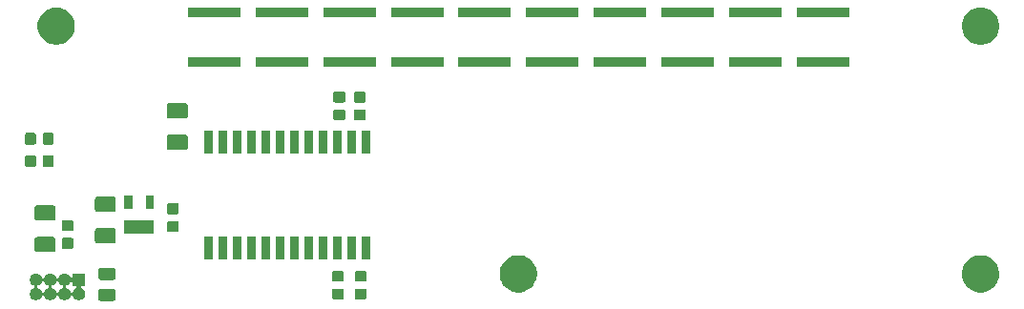
<source format=gts>
G04 #@! TF.GenerationSoftware,KiCad,Pcbnew,5.0.1*
G04 #@! TF.CreationDate,2019-01-16T19:15:50-05:00*
G04 #@! TF.ProjectId,fydp,667964702E6B696361645F7063620000,rev?*
G04 #@! TF.SameCoordinates,Original*
G04 #@! TF.FileFunction,Soldermask,Top*
G04 #@! TF.FilePolarity,Negative*
%FSLAX46Y46*%
G04 Gerber Fmt 4.6, Leading zero omitted, Abs format (unit mm)*
G04 Created by KiCad (PCBNEW 5.0.1) date Wed 16 Jan 2019 07:15:50 PM EST*
%MOMM*%
%LPD*%
G01*
G04 APERTURE LIST*
%ADD10C,0.100000*%
G04 APERTURE END LIST*
D10*
G36*
X9084466Y-27341065D02*
X9123137Y-27352796D01*
X9158779Y-27371848D01*
X9190017Y-27397483D01*
X9215652Y-27428721D01*
X9234704Y-27464363D01*
X9246435Y-27503034D01*
X9251000Y-27549388D01*
X9251000Y-28200612D01*
X9246435Y-28246966D01*
X9234704Y-28285637D01*
X9215652Y-28321279D01*
X9190017Y-28352517D01*
X9158779Y-28378152D01*
X9123137Y-28397204D01*
X9084466Y-28408935D01*
X9038112Y-28413500D01*
X7961888Y-28413500D01*
X7915534Y-28408935D01*
X7876863Y-28397204D01*
X7841221Y-28378152D01*
X7809983Y-28352517D01*
X7784348Y-28321279D01*
X7765296Y-28285637D01*
X7753565Y-28246966D01*
X7749000Y-28200612D01*
X7749000Y-27549388D01*
X7753565Y-27503034D01*
X7765296Y-27464363D01*
X7784348Y-27428721D01*
X7809983Y-27397483D01*
X7841221Y-27371848D01*
X7876863Y-27352796D01*
X7915534Y-27341065D01*
X7961888Y-27336500D01*
X9038112Y-27336500D01*
X9084466Y-27341065D01*
X9084466Y-27341065D01*
G37*
G36*
X2298015Y-25956973D02*
X2401879Y-25988479D01*
X2497600Y-26039644D01*
X2581501Y-26108499D01*
X2650356Y-26192400D01*
X2701521Y-26288121D01*
X2705383Y-26300854D01*
X2714760Y-26323493D01*
X2728374Y-26343867D01*
X2745701Y-26361194D01*
X2766076Y-26374808D01*
X2788715Y-26384186D01*
X2812748Y-26388966D01*
X2837252Y-26388966D01*
X2861286Y-26384185D01*
X2883925Y-26374808D01*
X2904299Y-26361194D01*
X2921626Y-26343867D01*
X2935240Y-26323492D01*
X2944617Y-26300854D01*
X2948479Y-26288121D01*
X2999644Y-26192400D01*
X3068499Y-26108499D01*
X3152400Y-26039644D01*
X3248121Y-25988479D01*
X3351985Y-25956973D01*
X3432933Y-25949000D01*
X3487067Y-25949000D01*
X3568015Y-25956973D01*
X3671879Y-25988479D01*
X3767600Y-26039644D01*
X3851501Y-26108499D01*
X3920356Y-26192400D01*
X3971521Y-26288121D01*
X3975383Y-26300854D01*
X3984760Y-26323493D01*
X3998374Y-26343867D01*
X4015701Y-26361194D01*
X4036076Y-26374808D01*
X4058715Y-26384186D01*
X4082748Y-26388966D01*
X4107252Y-26388966D01*
X4131286Y-26384185D01*
X4153925Y-26374808D01*
X4174299Y-26361194D01*
X4191626Y-26343867D01*
X4205240Y-26323492D01*
X4214617Y-26300854D01*
X4218479Y-26288121D01*
X4269644Y-26192400D01*
X4338499Y-26108499D01*
X4422400Y-26039644D01*
X4518121Y-25988479D01*
X4621985Y-25956973D01*
X4702933Y-25949000D01*
X4757067Y-25949000D01*
X4838015Y-25956973D01*
X4941879Y-25988479D01*
X5037600Y-26039644D01*
X5121501Y-26108499D01*
X5190356Y-26192400D01*
X5213766Y-26236195D01*
X5227374Y-26256561D01*
X5244701Y-26273889D01*
X5265076Y-26287502D01*
X5287715Y-26296880D01*
X5311748Y-26301660D01*
X5336252Y-26301660D01*
X5360286Y-26296879D01*
X5382925Y-26287502D01*
X5403299Y-26273888D01*
X5420627Y-26256561D01*
X5434240Y-26236186D01*
X5443618Y-26213547D01*
X5449000Y-26177262D01*
X5449000Y-25949000D01*
X6551000Y-25949000D01*
X6551000Y-27051000D01*
X6322738Y-27051000D01*
X6298352Y-27053402D01*
X6274903Y-27060515D01*
X6253292Y-27072066D01*
X6234350Y-27087612D01*
X6218804Y-27106554D01*
X6207253Y-27128165D01*
X6200140Y-27151614D01*
X6197738Y-27176000D01*
X6200140Y-27200386D01*
X6207253Y-27223835D01*
X6218804Y-27245446D01*
X6234350Y-27264388D01*
X6263808Y-27286236D01*
X6307600Y-27309644D01*
X6391501Y-27378499D01*
X6460356Y-27462400D01*
X6511521Y-27558121D01*
X6543027Y-27661985D01*
X6553666Y-27770000D01*
X6543027Y-27878015D01*
X6511521Y-27981879D01*
X6460356Y-28077600D01*
X6391501Y-28161501D01*
X6307600Y-28230356D01*
X6211879Y-28281521D01*
X6108015Y-28313027D01*
X6027067Y-28321000D01*
X5972933Y-28321000D01*
X5891985Y-28313027D01*
X5788121Y-28281521D01*
X5692400Y-28230356D01*
X5608499Y-28161501D01*
X5539644Y-28077600D01*
X5488479Y-27981879D01*
X5484615Y-27969142D01*
X5475240Y-27946507D01*
X5461626Y-27926133D01*
X5444299Y-27908806D01*
X5423924Y-27895192D01*
X5401285Y-27885814D01*
X5377252Y-27881034D01*
X5352748Y-27881034D01*
X5328714Y-27885815D01*
X5306075Y-27895192D01*
X5285701Y-27908806D01*
X5268374Y-27926133D01*
X5254760Y-27946508D01*
X5245385Y-27969142D01*
X5241521Y-27981879D01*
X5190356Y-28077600D01*
X5121501Y-28161501D01*
X5037600Y-28230356D01*
X4941879Y-28281521D01*
X4838015Y-28313027D01*
X4757067Y-28321000D01*
X4702933Y-28321000D01*
X4621985Y-28313027D01*
X4518121Y-28281521D01*
X4422400Y-28230356D01*
X4338499Y-28161501D01*
X4269644Y-28077600D01*
X4218479Y-27981879D01*
X4214615Y-27969142D01*
X4205240Y-27946507D01*
X4191626Y-27926133D01*
X4174299Y-27908806D01*
X4153924Y-27895192D01*
X4131285Y-27885814D01*
X4107252Y-27881034D01*
X4082748Y-27881034D01*
X4058714Y-27885815D01*
X4036075Y-27895192D01*
X4015701Y-27908806D01*
X3998374Y-27926133D01*
X3984760Y-27946508D01*
X3975385Y-27969142D01*
X3971521Y-27981879D01*
X3920356Y-28077600D01*
X3851501Y-28161501D01*
X3767600Y-28230356D01*
X3671879Y-28281521D01*
X3568015Y-28313027D01*
X3487067Y-28321000D01*
X3432933Y-28321000D01*
X3351985Y-28313027D01*
X3248121Y-28281521D01*
X3152400Y-28230356D01*
X3068499Y-28161501D01*
X2999644Y-28077600D01*
X2948479Y-27981879D01*
X2944615Y-27969142D01*
X2935240Y-27946507D01*
X2921626Y-27926133D01*
X2904299Y-27908806D01*
X2883924Y-27895192D01*
X2861285Y-27885814D01*
X2837252Y-27881034D01*
X2812748Y-27881034D01*
X2788714Y-27885815D01*
X2766075Y-27895192D01*
X2745701Y-27908806D01*
X2728374Y-27926133D01*
X2714760Y-27946508D01*
X2705385Y-27969142D01*
X2701521Y-27981879D01*
X2650356Y-28077600D01*
X2581501Y-28161501D01*
X2497600Y-28230356D01*
X2401879Y-28281521D01*
X2298015Y-28313027D01*
X2217067Y-28321000D01*
X2162933Y-28321000D01*
X2081985Y-28313027D01*
X1978121Y-28281521D01*
X1882400Y-28230356D01*
X1798499Y-28161501D01*
X1729644Y-28077600D01*
X1678479Y-27981879D01*
X1646973Y-27878015D01*
X1636334Y-27770000D01*
X1646973Y-27661985D01*
X1678479Y-27558121D01*
X1729644Y-27462400D01*
X1798499Y-27378499D01*
X1882400Y-27309644D01*
X1978121Y-27258479D01*
X1990858Y-27254615D01*
X2013493Y-27245240D01*
X2033867Y-27231626D01*
X2051194Y-27214299D01*
X2064808Y-27193924D01*
X2074186Y-27171285D01*
X2078966Y-27147252D01*
X2078966Y-27122748D01*
X2301034Y-27122748D01*
X2301034Y-27147252D01*
X2305815Y-27171286D01*
X2315192Y-27193925D01*
X2328806Y-27214299D01*
X2346133Y-27231626D01*
X2366508Y-27245240D01*
X2389142Y-27254615D01*
X2401879Y-27258479D01*
X2497600Y-27309644D01*
X2581501Y-27378499D01*
X2650356Y-27462400D01*
X2701521Y-27558121D01*
X2705383Y-27570854D01*
X2714760Y-27593493D01*
X2728374Y-27613867D01*
X2745701Y-27631194D01*
X2766076Y-27644808D01*
X2788715Y-27654186D01*
X2812748Y-27658966D01*
X2837252Y-27658966D01*
X2861286Y-27654185D01*
X2883925Y-27644808D01*
X2904299Y-27631194D01*
X2921626Y-27613867D01*
X2935240Y-27593492D01*
X2944617Y-27570854D01*
X2948479Y-27558121D01*
X2999644Y-27462400D01*
X3068499Y-27378499D01*
X3152400Y-27309644D01*
X3248121Y-27258479D01*
X3260858Y-27254615D01*
X3283493Y-27245240D01*
X3303867Y-27231626D01*
X3321194Y-27214299D01*
X3334808Y-27193924D01*
X3344186Y-27171285D01*
X3348966Y-27147252D01*
X3348966Y-27122748D01*
X3571034Y-27122748D01*
X3571034Y-27147252D01*
X3575815Y-27171286D01*
X3585192Y-27193925D01*
X3598806Y-27214299D01*
X3616133Y-27231626D01*
X3636508Y-27245240D01*
X3659142Y-27254615D01*
X3671879Y-27258479D01*
X3767600Y-27309644D01*
X3851501Y-27378499D01*
X3920356Y-27462400D01*
X3971521Y-27558121D01*
X3975383Y-27570854D01*
X3984760Y-27593493D01*
X3998374Y-27613867D01*
X4015701Y-27631194D01*
X4036076Y-27644808D01*
X4058715Y-27654186D01*
X4082748Y-27658966D01*
X4107252Y-27658966D01*
X4131286Y-27654185D01*
X4153925Y-27644808D01*
X4174299Y-27631194D01*
X4191626Y-27613867D01*
X4205240Y-27593492D01*
X4214617Y-27570854D01*
X4218479Y-27558121D01*
X4269644Y-27462400D01*
X4338499Y-27378499D01*
X4422400Y-27309644D01*
X4518121Y-27258479D01*
X4530858Y-27254615D01*
X4553493Y-27245240D01*
X4573867Y-27231626D01*
X4591194Y-27214299D01*
X4604808Y-27193924D01*
X4614186Y-27171285D01*
X4618966Y-27147252D01*
X4618966Y-27122748D01*
X4841034Y-27122748D01*
X4841034Y-27147252D01*
X4845815Y-27171286D01*
X4855192Y-27193925D01*
X4868806Y-27214299D01*
X4886133Y-27231626D01*
X4906508Y-27245240D01*
X4929142Y-27254615D01*
X4941879Y-27258479D01*
X5037600Y-27309644D01*
X5121501Y-27378499D01*
X5190356Y-27462400D01*
X5241521Y-27558121D01*
X5245383Y-27570854D01*
X5254760Y-27593493D01*
X5268374Y-27613867D01*
X5285701Y-27631194D01*
X5306076Y-27644808D01*
X5328715Y-27654186D01*
X5352748Y-27658966D01*
X5377252Y-27658966D01*
X5401286Y-27654185D01*
X5423925Y-27644808D01*
X5444299Y-27631194D01*
X5461626Y-27613867D01*
X5475240Y-27593492D01*
X5484617Y-27570854D01*
X5488479Y-27558121D01*
X5539644Y-27462400D01*
X5608499Y-27378499D01*
X5692400Y-27309644D01*
X5736195Y-27286234D01*
X5756561Y-27272626D01*
X5773889Y-27255299D01*
X5787502Y-27234924D01*
X5796880Y-27212285D01*
X5801660Y-27188252D01*
X5801660Y-27163748D01*
X5796879Y-27139714D01*
X5787502Y-27117075D01*
X5773888Y-27096701D01*
X5756561Y-27079373D01*
X5736186Y-27065760D01*
X5713547Y-27056382D01*
X5677262Y-27051000D01*
X5449000Y-27051000D01*
X5449000Y-26822738D01*
X5446598Y-26798352D01*
X5439485Y-26774903D01*
X5427934Y-26753292D01*
X5412388Y-26734350D01*
X5393446Y-26718804D01*
X5371835Y-26707253D01*
X5348386Y-26700140D01*
X5324000Y-26697738D01*
X5299614Y-26700140D01*
X5276165Y-26707253D01*
X5254554Y-26718804D01*
X5235612Y-26734350D01*
X5213764Y-26763808D01*
X5190356Y-26807600D01*
X5121501Y-26891501D01*
X5037600Y-26960356D01*
X4941879Y-27011521D01*
X4929142Y-27015385D01*
X4906507Y-27024760D01*
X4886133Y-27038374D01*
X4868806Y-27055701D01*
X4855192Y-27076076D01*
X4845814Y-27098715D01*
X4841034Y-27122748D01*
X4618966Y-27122748D01*
X4614185Y-27098714D01*
X4604808Y-27076075D01*
X4591194Y-27055701D01*
X4573867Y-27038374D01*
X4553492Y-27024760D01*
X4530858Y-27015385D01*
X4518121Y-27011521D01*
X4422400Y-26960356D01*
X4338499Y-26891501D01*
X4269644Y-26807600D01*
X4218479Y-26711879D01*
X4214615Y-26699142D01*
X4205240Y-26676507D01*
X4191626Y-26656133D01*
X4174299Y-26638806D01*
X4153924Y-26625192D01*
X4131285Y-26615814D01*
X4107252Y-26611034D01*
X4082748Y-26611034D01*
X4058714Y-26615815D01*
X4036075Y-26625192D01*
X4015701Y-26638806D01*
X3998374Y-26656133D01*
X3984760Y-26676508D01*
X3975385Y-26699142D01*
X3971521Y-26711879D01*
X3920356Y-26807600D01*
X3851501Y-26891501D01*
X3767600Y-26960356D01*
X3671879Y-27011521D01*
X3659142Y-27015385D01*
X3636507Y-27024760D01*
X3616133Y-27038374D01*
X3598806Y-27055701D01*
X3585192Y-27076076D01*
X3575814Y-27098715D01*
X3571034Y-27122748D01*
X3348966Y-27122748D01*
X3344185Y-27098714D01*
X3334808Y-27076075D01*
X3321194Y-27055701D01*
X3303867Y-27038374D01*
X3283492Y-27024760D01*
X3260858Y-27015385D01*
X3248121Y-27011521D01*
X3152400Y-26960356D01*
X3068499Y-26891501D01*
X2999644Y-26807600D01*
X2948479Y-26711879D01*
X2944615Y-26699142D01*
X2935240Y-26676507D01*
X2921626Y-26656133D01*
X2904299Y-26638806D01*
X2883924Y-26625192D01*
X2861285Y-26615814D01*
X2837252Y-26611034D01*
X2812748Y-26611034D01*
X2788714Y-26615815D01*
X2766075Y-26625192D01*
X2745701Y-26638806D01*
X2728374Y-26656133D01*
X2714760Y-26676508D01*
X2705385Y-26699142D01*
X2701521Y-26711879D01*
X2650356Y-26807600D01*
X2581501Y-26891501D01*
X2497600Y-26960356D01*
X2401879Y-27011521D01*
X2389142Y-27015385D01*
X2366507Y-27024760D01*
X2346133Y-27038374D01*
X2328806Y-27055701D01*
X2315192Y-27076076D01*
X2305814Y-27098715D01*
X2301034Y-27122748D01*
X2078966Y-27122748D01*
X2074185Y-27098714D01*
X2064808Y-27076075D01*
X2051194Y-27055701D01*
X2033867Y-27038374D01*
X2013492Y-27024760D01*
X1990858Y-27015385D01*
X1978121Y-27011521D01*
X1882400Y-26960356D01*
X1798499Y-26891501D01*
X1729644Y-26807600D01*
X1678479Y-26711879D01*
X1646973Y-26608015D01*
X1636334Y-26500000D01*
X1646973Y-26391985D01*
X1678479Y-26288121D01*
X1729644Y-26192400D01*
X1798499Y-26108499D01*
X1882400Y-26039644D01*
X1978121Y-25988479D01*
X2081985Y-25956973D01*
X2162933Y-25949000D01*
X2217067Y-25949000D01*
X2298015Y-25956973D01*
X2298015Y-25956973D01*
G37*
G36*
X29379591Y-27303085D02*
X29413569Y-27313393D01*
X29444887Y-27330133D01*
X29472339Y-27352661D01*
X29494867Y-27380113D01*
X29511607Y-27411431D01*
X29521915Y-27445409D01*
X29526000Y-27486890D01*
X29526000Y-28088110D01*
X29521915Y-28129591D01*
X29511607Y-28163569D01*
X29494867Y-28194887D01*
X29472339Y-28222339D01*
X29444887Y-28244867D01*
X29413569Y-28261607D01*
X29379591Y-28271915D01*
X29338110Y-28276000D01*
X28661890Y-28276000D01*
X28620409Y-28271915D01*
X28586431Y-28261607D01*
X28555113Y-28244867D01*
X28527661Y-28222339D01*
X28505133Y-28194887D01*
X28488393Y-28163569D01*
X28478085Y-28129591D01*
X28474000Y-28088110D01*
X28474000Y-27486890D01*
X28478085Y-27445409D01*
X28488393Y-27411431D01*
X28505133Y-27380113D01*
X28527661Y-27352661D01*
X28555113Y-27330133D01*
X28586431Y-27313393D01*
X28620409Y-27303085D01*
X28661890Y-27299000D01*
X29338110Y-27299000D01*
X29379591Y-27303085D01*
X29379591Y-27303085D01*
G37*
G36*
X31379591Y-27303085D02*
X31413569Y-27313393D01*
X31444887Y-27330133D01*
X31472339Y-27352661D01*
X31494867Y-27380113D01*
X31511607Y-27411431D01*
X31521915Y-27445409D01*
X31526000Y-27486890D01*
X31526000Y-28088110D01*
X31521915Y-28129591D01*
X31511607Y-28163569D01*
X31494867Y-28194887D01*
X31472339Y-28222339D01*
X31444887Y-28244867D01*
X31413569Y-28261607D01*
X31379591Y-28271915D01*
X31338110Y-28276000D01*
X30661890Y-28276000D01*
X30620409Y-28271915D01*
X30586431Y-28261607D01*
X30555113Y-28244867D01*
X30527661Y-28222339D01*
X30505133Y-28194887D01*
X30488393Y-28163569D01*
X30478085Y-28129591D01*
X30474000Y-28088110D01*
X30474000Y-27486890D01*
X30478085Y-27445409D01*
X30488393Y-27411431D01*
X30505133Y-27380113D01*
X30527661Y-27352661D01*
X30555113Y-27330133D01*
X30586431Y-27313393D01*
X30620409Y-27303085D01*
X30661890Y-27299000D01*
X31338110Y-27299000D01*
X31379591Y-27303085D01*
X31379591Y-27303085D01*
G37*
G36*
X45375256Y-24391298D02*
X45481579Y-24412447D01*
X45782042Y-24536903D01*
X46048852Y-24715180D01*
X46052454Y-24717587D01*
X46282413Y-24947546D01*
X46282415Y-24947549D01*
X46463097Y-25217958D01*
X46587553Y-25518421D01*
X46600033Y-25581163D01*
X46651000Y-25837389D01*
X46651000Y-26162611D01*
X46618998Y-26323493D01*
X46587553Y-26481579D01*
X46463097Y-26782042D01*
X46343952Y-26960355D01*
X46282413Y-27052454D01*
X46052454Y-27282413D01*
X46052451Y-27282415D01*
X45782042Y-27463097D01*
X45481579Y-27587553D01*
X45390096Y-27605750D01*
X45162611Y-27651000D01*
X44837389Y-27651000D01*
X44609904Y-27605750D01*
X44518421Y-27587553D01*
X44217958Y-27463097D01*
X43947549Y-27282415D01*
X43947546Y-27282413D01*
X43717587Y-27052454D01*
X43656048Y-26960355D01*
X43536903Y-26782042D01*
X43412447Y-26481579D01*
X43381002Y-26323493D01*
X43349000Y-26162611D01*
X43349000Y-25837389D01*
X43399967Y-25581163D01*
X43412447Y-25518421D01*
X43536903Y-25217958D01*
X43717585Y-24947549D01*
X43717587Y-24947546D01*
X43947546Y-24717587D01*
X43951148Y-24715180D01*
X44217958Y-24536903D01*
X44518421Y-24412447D01*
X44624744Y-24391298D01*
X44837389Y-24349000D01*
X45162611Y-24349000D01*
X45375256Y-24391298D01*
X45375256Y-24391298D01*
G37*
G36*
X86375256Y-24391298D02*
X86481579Y-24412447D01*
X86782042Y-24536903D01*
X87048852Y-24715180D01*
X87052454Y-24717587D01*
X87282413Y-24947546D01*
X87282415Y-24947549D01*
X87463097Y-25217958D01*
X87587553Y-25518421D01*
X87600033Y-25581163D01*
X87651000Y-25837389D01*
X87651000Y-26162611D01*
X87618998Y-26323493D01*
X87587553Y-26481579D01*
X87463097Y-26782042D01*
X87343952Y-26960355D01*
X87282413Y-27052454D01*
X87052454Y-27282413D01*
X87052451Y-27282415D01*
X86782042Y-27463097D01*
X86481579Y-27587553D01*
X86390096Y-27605750D01*
X86162611Y-27651000D01*
X85837389Y-27651000D01*
X85609904Y-27605750D01*
X85518421Y-27587553D01*
X85217958Y-27463097D01*
X84947549Y-27282415D01*
X84947546Y-27282413D01*
X84717587Y-27052454D01*
X84656048Y-26960355D01*
X84536903Y-26782042D01*
X84412447Y-26481579D01*
X84381002Y-26323493D01*
X84349000Y-26162611D01*
X84349000Y-25837389D01*
X84399967Y-25581163D01*
X84412447Y-25518421D01*
X84536903Y-25217958D01*
X84717585Y-24947549D01*
X84717587Y-24947546D01*
X84947546Y-24717587D01*
X84951148Y-24715180D01*
X85217958Y-24536903D01*
X85518421Y-24412447D01*
X85624744Y-24391298D01*
X85837389Y-24349000D01*
X86162611Y-24349000D01*
X86375256Y-24391298D01*
X86375256Y-24391298D01*
G37*
G36*
X29379591Y-25728085D02*
X29413569Y-25738393D01*
X29444887Y-25755133D01*
X29472339Y-25777661D01*
X29494867Y-25805113D01*
X29511607Y-25836431D01*
X29521915Y-25870409D01*
X29526000Y-25911890D01*
X29526000Y-26513110D01*
X29521915Y-26554591D01*
X29511607Y-26588569D01*
X29494867Y-26619887D01*
X29472339Y-26647339D01*
X29444887Y-26669867D01*
X29413569Y-26686607D01*
X29379591Y-26696915D01*
X29338110Y-26701000D01*
X28661890Y-26701000D01*
X28620409Y-26696915D01*
X28586431Y-26686607D01*
X28555113Y-26669867D01*
X28527661Y-26647339D01*
X28505133Y-26619887D01*
X28488393Y-26588569D01*
X28478085Y-26554591D01*
X28474000Y-26513110D01*
X28474000Y-25911890D01*
X28478085Y-25870409D01*
X28488393Y-25836431D01*
X28505133Y-25805113D01*
X28527661Y-25777661D01*
X28555113Y-25755133D01*
X28586431Y-25738393D01*
X28620409Y-25728085D01*
X28661890Y-25724000D01*
X29338110Y-25724000D01*
X29379591Y-25728085D01*
X29379591Y-25728085D01*
G37*
G36*
X31379591Y-25728085D02*
X31413569Y-25738393D01*
X31444887Y-25755133D01*
X31472339Y-25777661D01*
X31494867Y-25805113D01*
X31511607Y-25836431D01*
X31521915Y-25870409D01*
X31526000Y-25911890D01*
X31526000Y-26513110D01*
X31521915Y-26554591D01*
X31511607Y-26588569D01*
X31494867Y-26619887D01*
X31472339Y-26647339D01*
X31444887Y-26669867D01*
X31413569Y-26686607D01*
X31379591Y-26696915D01*
X31338110Y-26701000D01*
X30661890Y-26701000D01*
X30620409Y-26696915D01*
X30586431Y-26686607D01*
X30555113Y-26669867D01*
X30527661Y-26647339D01*
X30505133Y-26619887D01*
X30488393Y-26588569D01*
X30478085Y-26554591D01*
X30474000Y-26513110D01*
X30474000Y-25911890D01*
X30478085Y-25870409D01*
X30488393Y-25836431D01*
X30505133Y-25805113D01*
X30527661Y-25777661D01*
X30555113Y-25755133D01*
X30586431Y-25738393D01*
X30620409Y-25728085D01*
X30661890Y-25724000D01*
X31338110Y-25724000D01*
X31379591Y-25728085D01*
X31379591Y-25728085D01*
G37*
G36*
X9084466Y-25466065D02*
X9123137Y-25477796D01*
X9158779Y-25496848D01*
X9190017Y-25522483D01*
X9215652Y-25553721D01*
X9234704Y-25589363D01*
X9246435Y-25628034D01*
X9251000Y-25674388D01*
X9251000Y-26325612D01*
X9246435Y-26371966D01*
X9234704Y-26410637D01*
X9215652Y-26446279D01*
X9190017Y-26477517D01*
X9158779Y-26503152D01*
X9123137Y-26522204D01*
X9084466Y-26533935D01*
X9038112Y-26538500D01*
X7961888Y-26538500D01*
X7915534Y-26533935D01*
X7876863Y-26522204D01*
X7841221Y-26503152D01*
X7809983Y-26477517D01*
X7784348Y-26446279D01*
X7765296Y-26410637D01*
X7753565Y-26371966D01*
X7749000Y-26325612D01*
X7749000Y-25674388D01*
X7753565Y-25628034D01*
X7765296Y-25589363D01*
X7784348Y-25553721D01*
X7809983Y-25522483D01*
X7841221Y-25496848D01*
X7876863Y-25477796D01*
X7915534Y-25466065D01*
X7961888Y-25461500D01*
X9038112Y-25461500D01*
X9084466Y-25466065D01*
X9084466Y-25466065D01*
G37*
G36*
X28026000Y-24751000D02*
X27324000Y-24751000D01*
X27324000Y-22649000D01*
X28026000Y-22649000D01*
X28026000Y-24751000D01*
X28026000Y-24751000D01*
G37*
G36*
X19136000Y-24751000D02*
X18434000Y-24751000D01*
X18434000Y-22649000D01*
X19136000Y-22649000D01*
X19136000Y-24751000D01*
X19136000Y-24751000D01*
G37*
G36*
X20406000Y-24751000D02*
X19704000Y-24751000D01*
X19704000Y-22649000D01*
X20406000Y-22649000D01*
X20406000Y-24751000D01*
X20406000Y-24751000D01*
G37*
G36*
X21676000Y-24751000D02*
X20974000Y-24751000D01*
X20974000Y-22649000D01*
X21676000Y-22649000D01*
X21676000Y-24751000D01*
X21676000Y-24751000D01*
G37*
G36*
X22946000Y-24751000D02*
X22244000Y-24751000D01*
X22244000Y-22649000D01*
X22946000Y-22649000D01*
X22946000Y-24751000D01*
X22946000Y-24751000D01*
G37*
G36*
X24216000Y-24751000D02*
X23514000Y-24751000D01*
X23514000Y-22649000D01*
X24216000Y-22649000D01*
X24216000Y-24751000D01*
X24216000Y-24751000D01*
G37*
G36*
X26756000Y-24751000D02*
X26054000Y-24751000D01*
X26054000Y-22649000D01*
X26756000Y-22649000D01*
X26756000Y-24751000D01*
X26756000Y-24751000D01*
G37*
G36*
X29296000Y-24751000D02*
X28594000Y-24751000D01*
X28594000Y-22649000D01*
X29296000Y-22649000D01*
X29296000Y-24751000D01*
X29296000Y-24751000D01*
G37*
G36*
X30566000Y-24751000D02*
X29864000Y-24751000D01*
X29864000Y-22649000D01*
X30566000Y-22649000D01*
X30566000Y-24751000D01*
X30566000Y-24751000D01*
G37*
G36*
X31836000Y-24751000D02*
X31134000Y-24751000D01*
X31134000Y-22649000D01*
X31836000Y-22649000D01*
X31836000Y-24751000D01*
X31836000Y-24751000D01*
G37*
G36*
X17866000Y-24751000D02*
X17164000Y-24751000D01*
X17164000Y-22649000D01*
X17866000Y-22649000D01*
X17866000Y-24751000D01*
X17866000Y-24751000D01*
G37*
G36*
X25486000Y-24751000D02*
X24784000Y-24751000D01*
X24784000Y-22649000D01*
X25486000Y-22649000D01*
X25486000Y-24751000D01*
X25486000Y-24751000D01*
G37*
G36*
X3768604Y-22728347D02*
X3805145Y-22739432D01*
X3838820Y-22757431D01*
X3868341Y-22781659D01*
X3892569Y-22811180D01*
X3910568Y-22844855D01*
X3921653Y-22881396D01*
X3926000Y-22925538D01*
X3926000Y-23874462D01*
X3921653Y-23918604D01*
X3910568Y-23955145D01*
X3892569Y-23988820D01*
X3868341Y-24018341D01*
X3838820Y-24042569D01*
X3805145Y-24060568D01*
X3768604Y-24071653D01*
X3724462Y-24076000D01*
X2275538Y-24076000D01*
X2231396Y-24071653D01*
X2194855Y-24060568D01*
X2161180Y-24042569D01*
X2131659Y-24018341D01*
X2107431Y-23988820D01*
X2089432Y-23955145D01*
X2078347Y-23918604D01*
X2074000Y-23874462D01*
X2074000Y-22925538D01*
X2078347Y-22881396D01*
X2089432Y-22844855D01*
X2107431Y-22811180D01*
X2131659Y-22781659D01*
X2161180Y-22757431D01*
X2194855Y-22739432D01*
X2231396Y-22728347D01*
X2275538Y-22724000D01*
X3724462Y-22724000D01*
X3768604Y-22728347D01*
X3768604Y-22728347D01*
G37*
G36*
X5379591Y-22803085D02*
X5413569Y-22813393D01*
X5444887Y-22830133D01*
X5472339Y-22852661D01*
X5494867Y-22880113D01*
X5511607Y-22911431D01*
X5521915Y-22945409D01*
X5526000Y-22986890D01*
X5526000Y-23588110D01*
X5521915Y-23629591D01*
X5511607Y-23663569D01*
X5494867Y-23694887D01*
X5472339Y-23722339D01*
X5444887Y-23744867D01*
X5413569Y-23761607D01*
X5379591Y-23771915D01*
X5338110Y-23776000D01*
X4661890Y-23776000D01*
X4620409Y-23771915D01*
X4586431Y-23761607D01*
X4555113Y-23744867D01*
X4527661Y-23722339D01*
X4505133Y-23694887D01*
X4488393Y-23663569D01*
X4478085Y-23629591D01*
X4474000Y-23588110D01*
X4474000Y-22986890D01*
X4478085Y-22945409D01*
X4488393Y-22911431D01*
X4505133Y-22880113D01*
X4527661Y-22852661D01*
X4555113Y-22830133D01*
X4586431Y-22813393D01*
X4620409Y-22803085D01*
X4661890Y-22799000D01*
X5338110Y-22799000D01*
X5379591Y-22803085D01*
X5379591Y-22803085D01*
G37*
G36*
X9125303Y-21943256D02*
X9161844Y-21954341D01*
X9195519Y-21972340D01*
X9225040Y-21996568D01*
X9249268Y-22026089D01*
X9267267Y-22059764D01*
X9278352Y-22096305D01*
X9282699Y-22140447D01*
X9282699Y-23089371D01*
X9278352Y-23133513D01*
X9267267Y-23170054D01*
X9249268Y-23203729D01*
X9225040Y-23233250D01*
X9195519Y-23257478D01*
X9161844Y-23275477D01*
X9125303Y-23286562D01*
X9081161Y-23290909D01*
X7632237Y-23290909D01*
X7588095Y-23286562D01*
X7551554Y-23275477D01*
X7517879Y-23257478D01*
X7488358Y-23233250D01*
X7464130Y-23203729D01*
X7446131Y-23170054D01*
X7435046Y-23133513D01*
X7430699Y-23089371D01*
X7430699Y-22140447D01*
X7435046Y-22096305D01*
X7446131Y-22059764D01*
X7464130Y-22026089D01*
X7488358Y-21996568D01*
X7517879Y-21972340D01*
X7551554Y-21954341D01*
X7588095Y-21943256D01*
X7632237Y-21938909D01*
X9081161Y-21938909D01*
X9125303Y-21943256D01*
X9125303Y-21943256D01*
G37*
G36*
X12682699Y-22395909D02*
X10030699Y-22395909D01*
X10030699Y-21233909D01*
X12682699Y-21233909D01*
X12682699Y-22395909D01*
X12682699Y-22395909D01*
G37*
G36*
X14736290Y-21305494D02*
X14770268Y-21315802D01*
X14801586Y-21332542D01*
X14829038Y-21355070D01*
X14851566Y-21382522D01*
X14868306Y-21413840D01*
X14878614Y-21447818D01*
X14882699Y-21489299D01*
X14882699Y-22090519D01*
X14878614Y-22132000D01*
X14868306Y-22165978D01*
X14851566Y-22197296D01*
X14829038Y-22224748D01*
X14801586Y-22247276D01*
X14770268Y-22264016D01*
X14736290Y-22274324D01*
X14694809Y-22278409D01*
X14018589Y-22278409D01*
X13977108Y-22274324D01*
X13943130Y-22264016D01*
X13911812Y-22247276D01*
X13884360Y-22224748D01*
X13861832Y-22197296D01*
X13845092Y-22165978D01*
X13834784Y-22132000D01*
X13830699Y-22090519D01*
X13830699Y-21489299D01*
X13834784Y-21447818D01*
X13845092Y-21413840D01*
X13861832Y-21382522D01*
X13884360Y-21355070D01*
X13911812Y-21332542D01*
X13943130Y-21315802D01*
X13977108Y-21305494D01*
X14018589Y-21301409D01*
X14694809Y-21301409D01*
X14736290Y-21305494D01*
X14736290Y-21305494D01*
G37*
G36*
X5379591Y-21228085D02*
X5413569Y-21238393D01*
X5444887Y-21255133D01*
X5472339Y-21277661D01*
X5494867Y-21305113D01*
X5511607Y-21336431D01*
X5521915Y-21370409D01*
X5526000Y-21411890D01*
X5526000Y-22013110D01*
X5521915Y-22054591D01*
X5511607Y-22088569D01*
X5494867Y-22119887D01*
X5472339Y-22147339D01*
X5444887Y-22169867D01*
X5413569Y-22186607D01*
X5379591Y-22196915D01*
X5338110Y-22201000D01*
X4661890Y-22201000D01*
X4620409Y-22196915D01*
X4586431Y-22186607D01*
X4555113Y-22169867D01*
X4527661Y-22147339D01*
X4505133Y-22119887D01*
X4488393Y-22088569D01*
X4478085Y-22054591D01*
X4474000Y-22013110D01*
X4474000Y-21411890D01*
X4478085Y-21370409D01*
X4488393Y-21336431D01*
X4505133Y-21305113D01*
X4527661Y-21277661D01*
X4555113Y-21255133D01*
X4586431Y-21238393D01*
X4620409Y-21228085D01*
X4661890Y-21224000D01*
X5338110Y-21224000D01*
X5379591Y-21228085D01*
X5379591Y-21228085D01*
G37*
G36*
X3768604Y-19928347D02*
X3805145Y-19939432D01*
X3838820Y-19957431D01*
X3868341Y-19981659D01*
X3892569Y-20011180D01*
X3910568Y-20044855D01*
X3921653Y-20081396D01*
X3926000Y-20125538D01*
X3926000Y-21074462D01*
X3921653Y-21118604D01*
X3910568Y-21155145D01*
X3892569Y-21188820D01*
X3868341Y-21218341D01*
X3838820Y-21242569D01*
X3805145Y-21260568D01*
X3768604Y-21271653D01*
X3724462Y-21276000D01*
X2275538Y-21276000D01*
X2231396Y-21271653D01*
X2194855Y-21260568D01*
X2161180Y-21242569D01*
X2131659Y-21218341D01*
X2107431Y-21188820D01*
X2089432Y-21155145D01*
X2078347Y-21118604D01*
X2074000Y-21074462D01*
X2074000Y-20125538D01*
X2078347Y-20081396D01*
X2089432Y-20044855D01*
X2107431Y-20011180D01*
X2131659Y-19981659D01*
X2161180Y-19957431D01*
X2194855Y-19939432D01*
X2231396Y-19928347D01*
X2275538Y-19924000D01*
X3724462Y-19924000D01*
X3768604Y-19928347D01*
X3768604Y-19928347D01*
G37*
G36*
X14736290Y-19730494D02*
X14770268Y-19740802D01*
X14801586Y-19757542D01*
X14829038Y-19780070D01*
X14851566Y-19807522D01*
X14868306Y-19838840D01*
X14878614Y-19872818D01*
X14882699Y-19914299D01*
X14882699Y-20515519D01*
X14878614Y-20557000D01*
X14868306Y-20590978D01*
X14851566Y-20622296D01*
X14829038Y-20649748D01*
X14801586Y-20672276D01*
X14770268Y-20689016D01*
X14736290Y-20699324D01*
X14694809Y-20703409D01*
X14018589Y-20703409D01*
X13977108Y-20699324D01*
X13943130Y-20689016D01*
X13911812Y-20672276D01*
X13884360Y-20649748D01*
X13861832Y-20622296D01*
X13845092Y-20590978D01*
X13834784Y-20557000D01*
X13830699Y-20515519D01*
X13830699Y-19914299D01*
X13834784Y-19872818D01*
X13845092Y-19838840D01*
X13861832Y-19807522D01*
X13884360Y-19780070D01*
X13911812Y-19757542D01*
X13943130Y-19740802D01*
X13977108Y-19730494D01*
X14018589Y-19726409D01*
X14694809Y-19726409D01*
X14736290Y-19730494D01*
X14736290Y-19730494D01*
G37*
G36*
X9125303Y-19143256D02*
X9161844Y-19154341D01*
X9195519Y-19172340D01*
X9225040Y-19196568D01*
X9249268Y-19226089D01*
X9267267Y-19259764D01*
X9278352Y-19296305D01*
X9282699Y-19340447D01*
X9282699Y-20289371D01*
X9278352Y-20333513D01*
X9267267Y-20370054D01*
X9249268Y-20403729D01*
X9225040Y-20433250D01*
X9195519Y-20457478D01*
X9161844Y-20475477D01*
X9125303Y-20486562D01*
X9081161Y-20490909D01*
X7632237Y-20490909D01*
X7588095Y-20486562D01*
X7551554Y-20475477D01*
X7517879Y-20457478D01*
X7488358Y-20433250D01*
X7464130Y-20403729D01*
X7446131Y-20370054D01*
X7435046Y-20333513D01*
X7430699Y-20289371D01*
X7430699Y-19340447D01*
X7435046Y-19296305D01*
X7446131Y-19259764D01*
X7464130Y-19226089D01*
X7488358Y-19196568D01*
X7517879Y-19172340D01*
X7551554Y-19154341D01*
X7588095Y-19143256D01*
X7632237Y-19138909D01*
X9081161Y-19138909D01*
X9125303Y-19143256D01*
X9125303Y-19143256D01*
G37*
G36*
X12682699Y-20195909D02*
X11930699Y-20195909D01*
X11930699Y-19033909D01*
X12682699Y-19033909D01*
X12682699Y-20195909D01*
X12682699Y-20195909D01*
G37*
G36*
X10782699Y-20195909D02*
X10030699Y-20195909D01*
X10030699Y-19033909D01*
X10782699Y-19033909D01*
X10782699Y-20195909D01*
X10782699Y-20195909D01*
G37*
G36*
X2054591Y-15478085D02*
X2088569Y-15488393D01*
X2119887Y-15505133D01*
X2147339Y-15527661D01*
X2169867Y-15555113D01*
X2186607Y-15586431D01*
X2196915Y-15620409D01*
X2201000Y-15661890D01*
X2201000Y-16338110D01*
X2196915Y-16379591D01*
X2186607Y-16413569D01*
X2169867Y-16444887D01*
X2147339Y-16472339D01*
X2119887Y-16494867D01*
X2088569Y-16511607D01*
X2054591Y-16521915D01*
X2013110Y-16526000D01*
X1411890Y-16526000D01*
X1370409Y-16521915D01*
X1336431Y-16511607D01*
X1305113Y-16494867D01*
X1277661Y-16472339D01*
X1255133Y-16444887D01*
X1238393Y-16413569D01*
X1228085Y-16379591D01*
X1224000Y-16338110D01*
X1224000Y-15661890D01*
X1228085Y-15620409D01*
X1238393Y-15586431D01*
X1255133Y-15555113D01*
X1277661Y-15527661D01*
X1305113Y-15505133D01*
X1336431Y-15488393D01*
X1370409Y-15478085D01*
X1411890Y-15474000D01*
X2013110Y-15474000D01*
X2054591Y-15478085D01*
X2054591Y-15478085D01*
G37*
G36*
X3629591Y-15478085D02*
X3663569Y-15488393D01*
X3694887Y-15505133D01*
X3722339Y-15527661D01*
X3744867Y-15555113D01*
X3761607Y-15586431D01*
X3771915Y-15620409D01*
X3776000Y-15661890D01*
X3776000Y-16338110D01*
X3771915Y-16379591D01*
X3761607Y-16413569D01*
X3744867Y-16444887D01*
X3722339Y-16472339D01*
X3694887Y-16494867D01*
X3663569Y-16511607D01*
X3629591Y-16521915D01*
X3588110Y-16526000D01*
X2986890Y-16526000D01*
X2945409Y-16521915D01*
X2911431Y-16511607D01*
X2880113Y-16494867D01*
X2852661Y-16472339D01*
X2830133Y-16444887D01*
X2813393Y-16413569D01*
X2803085Y-16379591D01*
X2799000Y-16338110D01*
X2799000Y-15661890D01*
X2803085Y-15620409D01*
X2813393Y-15586431D01*
X2830133Y-15555113D01*
X2852661Y-15527661D01*
X2880113Y-15505133D01*
X2911431Y-15488393D01*
X2945409Y-15478085D01*
X2986890Y-15474000D01*
X3588110Y-15474000D01*
X3629591Y-15478085D01*
X3629591Y-15478085D01*
G37*
G36*
X19136000Y-15351000D02*
X18434000Y-15351000D01*
X18434000Y-13249000D01*
X19136000Y-13249000D01*
X19136000Y-15351000D01*
X19136000Y-15351000D01*
G37*
G36*
X17866000Y-15351000D02*
X17164000Y-15351000D01*
X17164000Y-13249000D01*
X17866000Y-13249000D01*
X17866000Y-15351000D01*
X17866000Y-15351000D01*
G37*
G36*
X20406000Y-15351000D02*
X19704000Y-15351000D01*
X19704000Y-13249000D01*
X20406000Y-13249000D01*
X20406000Y-15351000D01*
X20406000Y-15351000D01*
G37*
G36*
X21676000Y-15351000D02*
X20974000Y-15351000D01*
X20974000Y-13249000D01*
X21676000Y-13249000D01*
X21676000Y-15351000D01*
X21676000Y-15351000D01*
G37*
G36*
X31836000Y-15351000D02*
X31134000Y-15351000D01*
X31134000Y-13249000D01*
X31836000Y-13249000D01*
X31836000Y-15351000D01*
X31836000Y-15351000D01*
G37*
G36*
X30566000Y-15351000D02*
X29864000Y-15351000D01*
X29864000Y-13249000D01*
X30566000Y-13249000D01*
X30566000Y-15351000D01*
X30566000Y-15351000D01*
G37*
G36*
X29296000Y-15351000D02*
X28594000Y-15351000D01*
X28594000Y-13249000D01*
X29296000Y-13249000D01*
X29296000Y-15351000D01*
X29296000Y-15351000D01*
G37*
G36*
X28026000Y-15351000D02*
X27324000Y-15351000D01*
X27324000Y-13249000D01*
X28026000Y-13249000D01*
X28026000Y-15351000D01*
X28026000Y-15351000D01*
G37*
G36*
X26756000Y-15351000D02*
X26054000Y-15351000D01*
X26054000Y-13249000D01*
X26756000Y-13249000D01*
X26756000Y-15351000D01*
X26756000Y-15351000D01*
G37*
G36*
X25486000Y-15351000D02*
X24784000Y-15351000D01*
X24784000Y-13249000D01*
X25486000Y-13249000D01*
X25486000Y-15351000D01*
X25486000Y-15351000D01*
G37*
G36*
X22946000Y-15351000D02*
X22244000Y-15351000D01*
X22244000Y-13249000D01*
X22946000Y-13249000D01*
X22946000Y-15351000D01*
X22946000Y-15351000D01*
G37*
G36*
X24216000Y-15351000D02*
X23514000Y-15351000D01*
X23514000Y-13249000D01*
X24216000Y-13249000D01*
X24216000Y-15351000D01*
X24216000Y-15351000D01*
G37*
G36*
X15504629Y-13649908D02*
X15541170Y-13660993D01*
X15574845Y-13678992D01*
X15604366Y-13703220D01*
X15628594Y-13732741D01*
X15646593Y-13766416D01*
X15657678Y-13802957D01*
X15662025Y-13847099D01*
X15662025Y-14796023D01*
X15657678Y-14840165D01*
X15646593Y-14876706D01*
X15628594Y-14910381D01*
X15604366Y-14939902D01*
X15574845Y-14964130D01*
X15541170Y-14982129D01*
X15504629Y-14993214D01*
X15460487Y-14997561D01*
X14011563Y-14997561D01*
X13967421Y-14993214D01*
X13930880Y-14982129D01*
X13897205Y-14964130D01*
X13867684Y-14939902D01*
X13843456Y-14910381D01*
X13825457Y-14876706D01*
X13814372Y-14840165D01*
X13810025Y-14796023D01*
X13810025Y-13847099D01*
X13814372Y-13802957D01*
X13825457Y-13766416D01*
X13843456Y-13732741D01*
X13867684Y-13703220D01*
X13897205Y-13678992D01*
X13930880Y-13660993D01*
X13967421Y-13649908D01*
X14011563Y-13645561D01*
X15460487Y-13645561D01*
X15504629Y-13649908D01*
X15504629Y-13649908D01*
G37*
G36*
X3629591Y-13478085D02*
X3663569Y-13488393D01*
X3694887Y-13505133D01*
X3722339Y-13527661D01*
X3744867Y-13555113D01*
X3761607Y-13586431D01*
X3771915Y-13620409D01*
X3776000Y-13661890D01*
X3776000Y-14338110D01*
X3771915Y-14379591D01*
X3761607Y-14413569D01*
X3744867Y-14444887D01*
X3722339Y-14472339D01*
X3694887Y-14494867D01*
X3663569Y-14511607D01*
X3629591Y-14521915D01*
X3588110Y-14526000D01*
X2986890Y-14526000D01*
X2945409Y-14521915D01*
X2911431Y-14511607D01*
X2880113Y-14494867D01*
X2852661Y-14472339D01*
X2830133Y-14444887D01*
X2813393Y-14413569D01*
X2803085Y-14379591D01*
X2799000Y-14338110D01*
X2799000Y-13661890D01*
X2803085Y-13620409D01*
X2813393Y-13586431D01*
X2830133Y-13555113D01*
X2852661Y-13527661D01*
X2880113Y-13505133D01*
X2911431Y-13488393D01*
X2945409Y-13478085D01*
X2986890Y-13474000D01*
X3588110Y-13474000D01*
X3629591Y-13478085D01*
X3629591Y-13478085D01*
G37*
G36*
X2054591Y-13478085D02*
X2088569Y-13488393D01*
X2119887Y-13505133D01*
X2147339Y-13527661D01*
X2169867Y-13555113D01*
X2186607Y-13586431D01*
X2196915Y-13620409D01*
X2201000Y-13661890D01*
X2201000Y-14338110D01*
X2196915Y-14379591D01*
X2186607Y-14413569D01*
X2169867Y-14444887D01*
X2147339Y-14472339D01*
X2119887Y-14494867D01*
X2088569Y-14511607D01*
X2054591Y-14521915D01*
X2013110Y-14526000D01*
X1411890Y-14526000D01*
X1370409Y-14521915D01*
X1336431Y-14511607D01*
X1305113Y-14494867D01*
X1277661Y-14472339D01*
X1255133Y-14444887D01*
X1238393Y-14413569D01*
X1228085Y-14379591D01*
X1224000Y-14338110D01*
X1224000Y-13661890D01*
X1228085Y-13620409D01*
X1238393Y-13586431D01*
X1255133Y-13555113D01*
X1277661Y-13527661D01*
X1305113Y-13505133D01*
X1336431Y-13488393D01*
X1370409Y-13478085D01*
X1411890Y-13474000D01*
X2013110Y-13474000D01*
X2054591Y-13478085D01*
X2054591Y-13478085D01*
G37*
G36*
X31307561Y-11394609D02*
X31341539Y-11404917D01*
X31372857Y-11421657D01*
X31400309Y-11444185D01*
X31422837Y-11471637D01*
X31439577Y-11502955D01*
X31449885Y-11536933D01*
X31453970Y-11578414D01*
X31453970Y-12179634D01*
X31449885Y-12221115D01*
X31439577Y-12255093D01*
X31422837Y-12286411D01*
X31400309Y-12313863D01*
X31372857Y-12336391D01*
X31341539Y-12353131D01*
X31307561Y-12363439D01*
X31266080Y-12367524D01*
X30589860Y-12367524D01*
X30548379Y-12363439D01*
X30514401Y-12353131D01*
X30483083Y-12336391D01*
X30455631Y-12313863D01*
X30433103Y-12286411D01*
X30416363Y-12255093D01*
X30406055Y-12221115D01*
X30401970Y-12179634D01*
X30401970Y-11578414D01*
X30406055Y-11536933D01*
X30416363Y-11502955D01*
X30433103Y-11471637D01*
X30455631Y-11444185D01*
X30483083Y-11421657D01*
X30514401Y-11404917D01*
X30548379Y-11394609D01*
X30589860Y-11390524D01*
X31266080Y-11390524D01*
X31307561Y-11394609D01*
X31307561Y-11394609D01*
G37*
G36*
X29491062Y-11394609D02*
X29525040Y-11404917D01*
X29556358Y-11421657D01*
X29583810Y-11444185D01*
X29606338Y-11471637D01*
X29623078Y-11502955D01*
X29633386Y-11536933D01*
X29637471Y-11578414D01*
X29637471Y-12179634D01*
X29633386Y-12221115D01*
X29623078Y-12255093D01*
X29606338Y-12286411D01*
X29583810Y-12313863D01*
X29556358Y-12336391D01*
X29525040Y-12353131D01*
X29491062Y-12363439D01*
X29449581Y-12367524D01*
X28773361Y-12367524D01*
X28731880Y-12363439D01*
X28697902Y-12353131D01*
X28666584Y-12336391D01*
X28639132Y-12313863D01*
X28616604Y-12286411D01*
X28599864Y-12255093D01*
X28589556Y-12221115D01*
X28585471Y-12179634D01*
X28585471Y-11578414D01*
X28589556Y-11536933D01*
X28599864Y-11502955D01*
X28616604Y-11471637D01*
X28639132Y-11444185D01*
X28666584Y-11421657D01*
X28697902Y-11404917D01*
X28731880Y-11394609D01*
X28773361Y-11390524D01*
X29449581Y-11390524D01*
X29491062Y-11394609D01*
X29491062Y-11394609D01*
G37*
G36*
X15504629Y-10849908D02*
X15541170Y-10860993D01*
X15574845Y-10878992D01*
X15604366Y-10903220D01*
X15628594Y-10932741D01*
X15646593Y-10966416D01*
X15657678Y-11002957D01*
X15662025Y-11047099D01*
X15662025Y-11996023D01*
X15657678Y-12040165D01*
X15646593Y-12076706D01*
X15628594Y-12110381D01*
X15604366Y-12139902D01*
X15574845Y-12164130D01*
X15541170Y-12182129D01*
X15504629Y-12193214D01*
X15460487Y-12197561D01*
X14011563Y-12197561D01*
X13967421Y-12193214D01*
X13930880Y-12182129D01*
X13897205Y-12164130D01*
X13867684Y-12139902D01*
X13843456Y-12110381D01*
X13825457Y-12076706D01*
X13814372Y-12040165D01*
X13810025Y-11996023D01*
X13810025Y-11047099D01*
X13814372Y-11002957D01*
X13825457Y-10966416D01*
X13843456Y-10932741D01*
X13867684Y-10903220D01*
X13897205Y-10878992D01*
X13930880Y-10860993D01*
X13967421Y-10849908D01*
X14011563Y-10845561D01*
X15460487Y-10845561D01*
X15504629Y-10849908D01*
X15504629Y-10849908D01*
G37*
G36*
X29491062Y-9819609D02*
X29525040Y-9829917D01*
X29556358Y-9846657D01*
X29583810Y-9869185D01*
X29606338Y-9896637D01*
X29623078Y-9927955D01*
X29633386Y-9961933D01*
X29637471Y-10003414D01*
X29637471Y-10604634D01*
X29633386Y-10646115D01*
X29623078Y-10680093D01*
X29606338Y-10711411D01*
X29583810Y-10738863D01*
X29556358Y-10761391D01*
X29525040Y-10778131D01*
X29491062Y-10788439D01*
X29449581Y-10792524D01*
X28773361Y-10792524D01*
X28731880Y-10788439D01*
X28697902Y-10778131D01*
X28666584Y-10761391D01*
X28639132Y-10738863D01*
X28616604Y-10711411D01*
X28599864Y-10680093D01*
X28589556Y-10646115D01*
X28585471Y-10604634D01*
X28585471Y-10003414D01*
X28589556Y-9961933D01*
X28599864Y-9927955D01*
X28616604Y-9896637D01*
X28639132Y-9869185D01*
X28666584Y-9846657D01*
X28697902Y-9829917D01*
X28731880Y-9819609D01*
X28773361Y-9815524D01*
X29449581Y-9815524D01*
X29491062Y-9819609D01*
X29491062Y-9819609D01*
G37*
G36*
X31307561Y-9819609D02*
X31341539Y-9829917D01*
X31372857Y-9846657D01*
X31400309Y-9869185D01*
X31422837Y-9896637D01*
X31439577Y-9927955D01*
X31449885Y-9961933D01*
X31453970Y-10003414D01*
X31453970Y-10604634D01*
X31449885Y-10646115D01*
X31439577Y-10680093D01*
X31422837Y-10711411D01*
X31400309Y-10738863D01*
X31372857Y-10761391D01*
X31341539Y-10778131D01*
X31307561Y-10788439D01*
X31266080Y-10792524D01*
X30589860Y-10792524D01*
X30548379Y-10788439D01*
X30514401Y-10778131D01*
X30483083Y-10761391D01*
X30455631Y-10738863D01*
X30433103Y-10711411D01*
X30416363Y-10680093D01*
X30406055Y-10646115D01*
X30401970Y-10604634D01*
X30401970Y-10003414D01*
X30406055Y-9961933D01*
X30416363Y-9927955D01*
X30433103Y-9896637D01*
X30455631Y-9869185D01*
X30483083Y-9846657D01*
X30514401Y-9829917D01*
X30548379Y-9819609D01*
X30589860Y-9815524D01*
X31266080Y-9815524D01*
X31307561Y-9819609D01*
X31307561Y-9819609D01*
G37*
G36*
X74326000Y-7651000D02*
X69674000Y-7651000D01*
X69674000Y-6799000D01*
X74326000Y-6799000D01*
X74326000Y-7651000D01*
X74326000Y-7651000D01*
G37*
G36*
X68326000Y-7651000D02*
X63674000Y-7651000D01*
X63674000Y-6799000D01*
X68326000Y-6799000D01*
X68326000Y-7651000D01*
X68326000Y-7651000D01*
G37*
G36*
X26340000Y-7641000D02*
X21688000Y-7641000D01*
X21688000Y-6789000D01*
X26340000Y-6789000D01*
X26340000Y-7641000D01*
X26340000Y-7641000D01*
G37*
G36*
X38340000Y-7641000D02*
X33688000Y-7641000D01*
X33688000Y-6789000D01*
X38340000Y-6789000D01*
X38340000Y-7641000D01*
X38340000Y-7641000D01*
G37*
G36*
X20340000Y-7641000D02*
X15688000Y-7641000D01*
X15688000Y-6789000D01*
X20340000Y-6789000D01*
X20340000Y-7641000D01*
X20340000Y-7641000D01*
G37*
G36*
X62340000Y-7641000D02*
X57688000Y-7641000D01*
X57688000Y-6789000D01*
X62340000Y-6789000D01*
X62340000Y-7641000D01*
X62340000Y-7641000D01*
G37*
G36*
X56340000Y-7641000D02*
X51688000Y-7641000D01*
X51688000Y-6789000D01*
X56340000Y-6789000D01*
X56340000Y-7641000D01*
X56340000Y-7641000D01*
G37*
G36*
X50340000Y-7641000D02*
X45688000Y-7641000D01*
X45688000Y-6789000D01*
X50340000Y-6789000D01*
X50340000Y-7641000D01*
X50340000Y-7641000D01*
G37*
G36*
X44340000Y-7641000D02*
X39688000Y-7641000D01*
X39688000Y-6789000D01*
X44340000Y-6789000D01*
X44340000Y-7641000D01*
X44340000Y-7641000D01*
G37*
G36*
X32340000Y-7641000D02*
X27688000Y-7641000D01*
X27688000Y-6789000D01*
X32340000Y-6789000D01*
X32340000Y-7641000D01*
X32340000Y-7641000D01*
G37*
G36*
X4375256Y-2391298D02*
X4481579Y-2412447D01*
X4782042Y-2536903D01*
X5048852Y-2715180D01*
X5052454Y-2717587D01*
X5282413Y-2947546D01*
X5463098Y-3217960D01*
X5587553Y-3518422D01*
X5651000Y-3837389D01*
X5651000Y-4162611D01*
X5587553Y-4481578D01*
X5463098Y-4782040D01*
X5282413Y-5052454D01*
X5052454Y-5282413D01*
X5052451Y-5282415D01*
X4782042Y-5463097D01*
X4481579Y-5587553D01*
X4375256Y-5608702D01*
X4162611Y-5651000D01*
X3837389Y-5651000D01*
X3624744Y-5608702D01*
X3518421Y-5587553D01*
X3217958Y-5463097D01*
X2947549Y-5282415D01*
X2947546Y-5282413D01*
X2717587Y-5052454D01*
X2536902Y-4782040D01*
X2412447Y-4481578D01*
X2349000Y-4162611D01*
X2349000Y-3837389D01*
X2412447Y-3518422D01*
X2536902Y-3217960D01*
X2717587Y-2947546D01*
X2947546Y-2717587D01*
X2951148Y-2715180D01*
X3217958Y-2536903D01*
X3518421Y-2412447D01*
X3624744Y-2391298D01*
X3837389Y-2349000D01*
X4162611Y-2349000D01*
X4375256Y-2391298D01*
X4375256Y-2391298D01*
G37*
G36*
X86375256Y-2391298D02*
X86481579Y-2412447D01*
X86782042Y-2536903D01*
X87048852Y-2715180D01*
X87052454Y-2717587D01*
X87282413Y-2947546D01*
X87463098Y-3217960D01*
X87587553Y-3518422D01*
X87651000Y-3837389D01*
X87651000Y-4162611D01*
X87587553Y-4481578D01*
X87463098Y-4782040D01*
X87282413Y-5052454D01*
X87052454Y-5282413D01*
X87052451Y-5282415D01*
X86782042Y-5463097D01*
X86481579Y-5587553D01*
X86375256Y-5608702D01*
X86162611Y-5651000D01*
X85837389Y-5651000D01*
X85624744Y-5608702D01*
X85518421Y-5587553D01*
X85217958Y-5463097D01*
X84947549Y-5282415D01*
X84947546Y-5282413D01*
X84717587Y-5052454D01*
X84536902Y-4782040D01*
X84412447Y-4481578D01*
X84349000Y-4162611D01*
X84349000Y-3837389D01*
X84412447Y-3518422D01*
X84536902Y-3217960D01*
X84717587Y-2947546D01*
X84947546Y-2717587D01*
X84951148Y-2715180D01*
X85217958Y-2536903D01*
X85518421Y-2412447D01*
X85624744Y-2391298D01*
X85837389Y-2349000D01*
X86162611Y-2349000D01*
X86375256Y-2391298D01*
X86375256Y-2391298D01*
G37*
G36*
X68326000Y-3201000D02*
X63674000Y-3201000D01*
X63674000Y-2349000D01*
X68326000Y-2349000D01*
X68326000Y-3201000D01*
X68326000Y-3201000D01*
G37*
G36*
X74326000Y-3201000D02*
X69674000Y-3201000D01*
X69674000Y-2349000D01*
X74326000Y-2349000D01*
X74326000Y-3201000D01*
X74326000Y-3201000D01*
G37*
G36*
X38340000Y-3191000D02*
X33688000Y-3191000D01*
X33688000Y-2339000D01*
X38340000Y-2339000D01*
X38340000Y-3191000D01*
X38340000Y-3191000D01*
G37*
G36*
X62340000Y-3191000D02*
X57688000Y-3191000D01*
X57688000Y-2339000D01*
X62340000Y-2339000D01*
X62340000Y-3191000D01*
X62340000Y-3191000D01*
G37*
G36*
X26340000Y-3191000D02*
X21688000Y-3191000D01*
X21688000Y-2339000D01*
X26340000Y-2339000D01*
X26340000Y-3191000D01*
X26340000Y-3191000D01*
G37*
G36*
X32340000Y-3191000D02*
X27688000Y-3191000D01*
X27688000Y-2339000D01*
X32340000Y-2339000D01*
X32340000Y-3191000D01*
X32340000Y-3191000D01*
G37*
G36*
X20340000Y-3191000D02*
X15688000Y-3191000D01*
X15688000Y-2339000D01*
X20340000Y-2339000D01*
X20340000Y-3191000D01*
X20340000Y-3191000D01*
G37*
G36*
X44340000Y-3191000D02*
X39688000Y-3191000D01*
X39688000Y-2339000D01*
X44340000Y-2339000D01*
X44340000Y-3191000D01*
X44340000Y-3191000D01*
G37*
G36*
X50340000Y-3191000D02*
X45688000Y-3191000D01*
X45688000Y-2339000D01*
X50340000Y-2339000D01*
X50340000Y-3191000D01*
X50340000Y-3191000D01*
G37*
G36*
X56340000Y-3191000D02*
X51688000Y-3191000D01*
X51688000Y-2339000D01*
X56340000Y-2339000D01*
X56340000Y-3191000D01*
X56340000Y-3191000D01*
G37*
M02*

</source>
